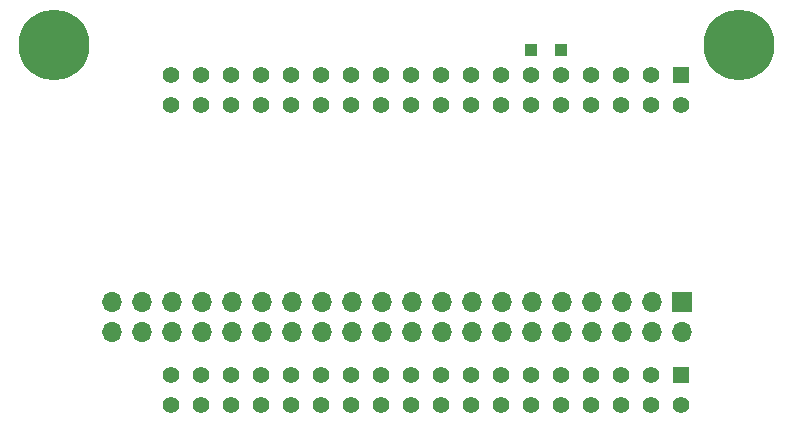
<source format=gbr>
%TF.GenerationSoftware,KiCad,Pcbnew,(6.0.2)*%
%TF.CreationDate,2022-03-06T23:45:21-05:00*%
%TF.ProjectId,PB16_2_PI,50423136-5f32-45f5-9049-2e6b69636164,rev?*%
%TF.SameCoordinates,Original*%
%TF.FileFunction,Soldermask,Top*%
%TF.FilePolarity,Negative*%
%FSLAX46Y46*%
G04 Gerber Fmt 4.6, Leading zero omitted, Abs format (unit mm)*
G04 Created by KiCad (PCBNEW (6.0.2)) date 2022-03-06 23:45:21*
%MOMM*%
%LPD*%
G01*
G04 APERTURE LIST*
%ADD10O,1.700000X1.700000*%
%ADD11R,1.700000X1.700000*%
%ADD12C,6.000000*%
%ADD13R,1.000000X1.000000*%
%ADD14R,1.408000X1.408000*%
%ADD15C,1.408000*%
G04 APERTURE END LIST*
D10*
%TO.C,J1*%
X141795000Y-65340000D03*
X141795000Y-62800000D03*
X144335000Y-65340000D03*
X144335000Y-62800000D03*
X146875000Y-65340000D03*
X146875000Y-62800000D03*
X149415000Y-65340000D03*
X149415000Y-62800000D03*
X151955000Y-65340000D03*
X151955000Y-62800000D03*
X154495000Y-65340000D03*
X154495000Y-62800000D03*
X157035000Y-65340000D03*
X157035000Y-62800000D03*
X159575000Y-65340000D03*
X159575000Y-62800000D03*
X162115000Y-65340000D03*
X162115000Y-62800000D03*
X164655000Y-65340000D03*
X164655000Y-62800000D03*
X167195000Y-65340000D03*
X167195000Y-62800000D03*
X169735000Y-65340000D03*
X169735000Y-62800000D03*
X172275000Y-65340000D03*
X172275000Y-62800000D03*
X174815000Y-65340000D03*
X174815000Y-62800000D03*
X177355000Y-65340000D03*
X177355000Y-62800000D03*
X179895000Y-65340000D03*
X179895000Y-62800000D03*
X182435000Y-65340000D03*
X182435000Y-62800000D03*
X184975000Y-65340000D03*
X184975000Y-62800000D03*
X187515000Y-65340000D03*
X187515000Y-62800000D03*
X190055000Y-65340000D03*
D11*
X190055000Y-62800000D03*
D12*
X194925000Y-41070000D03*
X136925000Y-41070000D03*
%TD*%
D13*
%TO.C,TP1*%
X179800000Y-41500000D03*
%TD*%
D14*
%TO.C,U1*%
X190020000Y-43560000D03*
D15*
X190020000Y-46100000D03*
X187480000Y-43560000D03*
X187480000Y-46100000D03*
X184940000Y-43560000D03*
X184940000Y-46100000D03*
X182400000Y-43560000D03*
X182400000Y-46100000D03*
X179860000Y-43560000D03*
X179860000Y-46100000D03*
X177320000Y-43560000D03*
X177320000Y-46100000D03*
X174780000Y-43560000D03*
X174780000Y-46100000D03*
X172240000Y-43560000D03*
X172240000Y-46100000D03*
X169700000Y-43560000D03*
X169700000Y-46100000D03*
X167160000Y-43560000D03*
X167160000Y-46100000D03*
X164620000Y-43560000D03*
X164620000Y-46100000D03*
X162080000Y-43560000D03*
X162080000Y-46100000D03*
X159540000Y-43560000D03*
X159540000Y-46100000D03*
X157000000Y-43560000D03*
X157000000Y-46100000D03*
X154460000Y-43560000D03*
X154460000Y-46100000D03*
X151920000Y-43560000D03*
X151920000Y-46100000D03*
X149380000Y-43560000D03*
X149380000Y-46100000D03*
X146840000Y-43560000D03*
X146840000Y-46100000D03*
D14*
X190020000Y-68960000D03*
D15*
X190020000Y-71500000D03*
X187480000Y-68960000D03*
X187480000Y-71500000D03*
X184940000Y-68960000D03*
X184940000Y-71500000D03*
X182400000Y-68960000D03*
X182400000Y-71500000D03*
X179860000Y-68960000D03*
X179860000Y-71500000D03*
X177320000Y-68960000D03*
X177320000Y-71500000D03*
X174780000Y-68960000D03*
X174780000Y-71500000D03*
X172240000Y-68960000D03*
X172240000Y-71500000D03*
X169700000Y-68960000D03*
X169700000Y-71500000D03*
X167160000Y-68960000D03*
X167160000Y-71500000D03*
X164620000Y-68960000D03*
X164620000Y-71500000D03*
X162080000Y-68960000D03*
X162080000Y-71500000D03*
X159540000Y-68960000D03*
X159540000Y-71500000D03*
X157000000Y-68960000D03*
X157000000Y-71500000D03*
X154460000Y-68960000D03*
X154460000Y-71500000D03*
X151920000Y-68960000D03*
X151920000Y-71500000D03*
X149380000Y-68960000D03*
X149380000Y-71500000D03*
X146840000Y-68960000D03*
X146840000Y-71500000D03*
%TD*%
D13*
%TO.C,TP2*%
X177300000Y-41500000D03*
%TD*%
M02*

</source>
